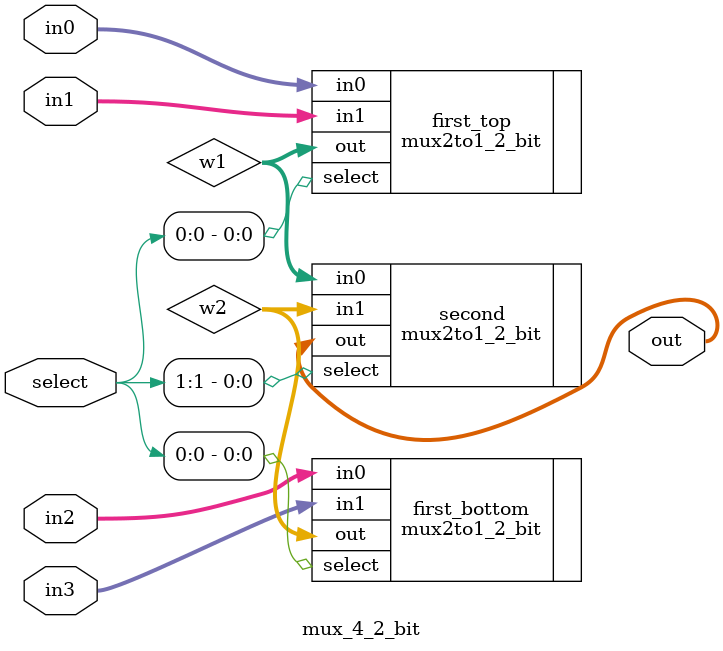
<source format=v>
module mux_4_2_bit(select, in0, in1, in2, in3, out);
input [1:0] select;
input [1:0] in0, in1, in2, in3;
output [1:0] out;
wire [1:0] w1, w2;
mux2to1_2_bit first_top(.select(select[0]), .in0(in0), .in1(in1), .out(w1));
mux2to1_2_bit first_bottom(.select(select[0]), .in0(in2), .in1(in3), .out(w2));
mux2to1_2_bit second(.select(select[1]), .in0(w1), .in1(w2), .out(out));
endmodule

</source>
